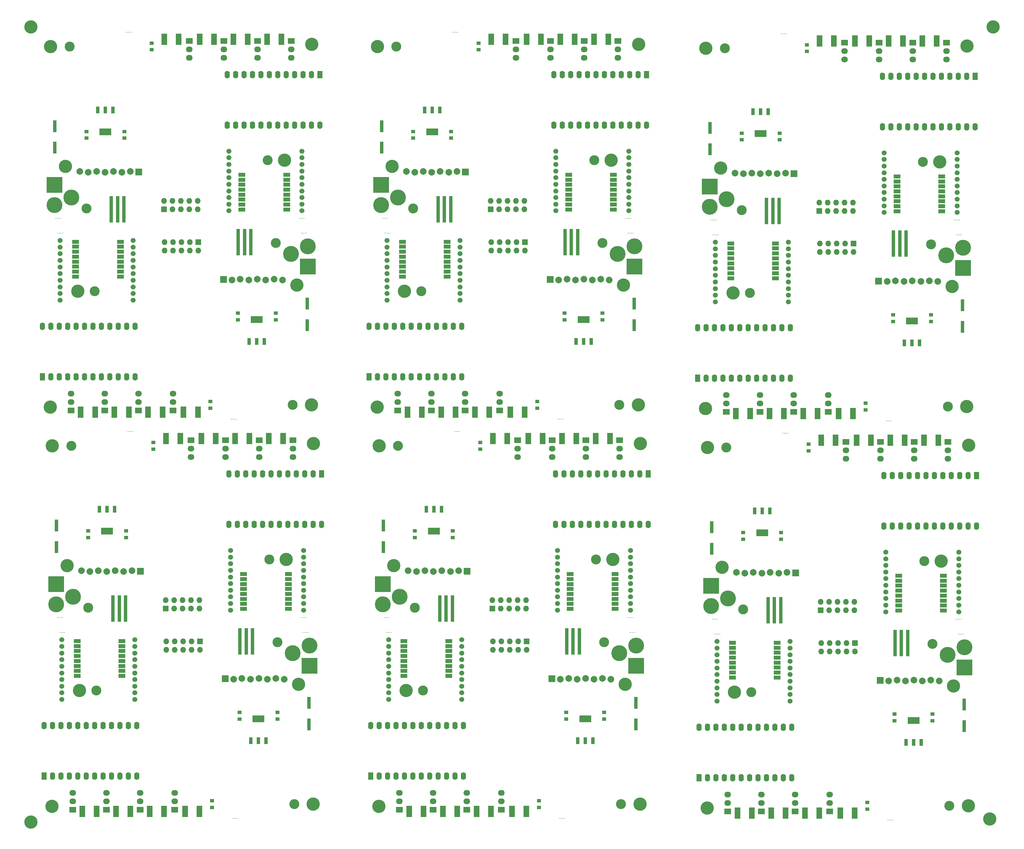
<source format=gts>
G04 #@! TF.FileFunction,Soldermask,Top*
%FSLAX46Y46*%
G04 Gerber Fmt 4.6, Leading zero omitted, Abs format (unit mm)*
G04 Created by KiCad (PCBNEW (2015-01-16 BZR 5376)-product) date 10/26/2015 1:30:35 PM*
%MOMM*%
G01*
G04 APERTURE LIST*
%ADD10C,0.100000*%
%ADD11C,4.000000*%
%ADD12C,0.300000*%
%ADD13C,3.000000*%
%ADD14R,1.250000X1.000000*%
%ADD15R,1.780000X3.500000*%
%ADD16R,2.032000X1.727200*%
%ADD17O,2.032000X1.727200*%
%ADD18R,3.657600X2.032000*%
%ADD19R,1.016000X2.032000*%
%ADD20R,1.727200X1.727200*%
%ADD21O,1.727200X1.727200*%
%ADD22R,1.100000X3.600000*%
%ADD23C,2.000000*%
%ADD24R,2.000000X2.000000*%
%ADD25R,1.574800X2.286000*%
%ADD26O,1.574800X2.286000*%
%ADD27R,1.000000X8.000000*%
%ADD28R,2.000000X1.200000*%
%ADD29C,1.500000*%
%ADD30C,4.800600*%
%ADD31R,4.800600X4.800600*%
G04 APERTURE END LIST*
D10*
D11*
X15000000Y-255000000D03*
X305000000Y-15000000D03*
X304000000Y-254000000D03*
D12*
X243177000Y-137602000D03*
X242796000Y-137602000D03*
X242415000Y-137602000D03*
X242034000Y-137602000D03*
D13*
X284325000Y-176210000D03*
X229715000Y-190815000D03*
D14*
X249400000Y-142920000D03*
X249400000Y-140920000D03*
X241145000Y-169590000D03*
X241145000Y-167590000D03*
X229715000Y-167590000D03*
X229715000Y-169590000D03*
D11*
X289405000Y-176210000D03*
X223365000Y-178115000D03*
X297660000Y-141285000D03*
X218920000Y-141920000D03*
D15*
X257539000Y-139761000D03*
X253199000Y-139761000D03*
X278367000Y-139761000D03*
X274027000Y-139761000D03*
X268207000Y-139761000D03*
X263867000Y-139761000D03*
X288527000Y-139761000D03*
X284187000Y-139761000D03*
D16*
X260703000Y-140269000D03*
D17*
X260703000Y-142809000D03*
X260703000Y-145349000D03*
D16*
X291437000Y-140269000D03*
D17*
X291437000Y-142809000D03*
X291437000Y-145349000D03*
D16*
X281277000Y-140269000D03*
D17*
X281277000Y-142809000D03*
X281277000Y-145349000D03*
D16*
X271117000Y-140269000D03*
D17*
X271117000Y-142809000D03*
X271117000Y-145349000D03*
D18*
X235430000Y-167701000D03*
D19*
X235430000Y-161097000D03*
X233144000Y-161097000D03*
X237716000Y-161097000D03*
D20*
X253083000Y-191069000D03*
D21*
X253083000Y-188529000D03*
X255623000Y-191069000D03*
X255623000Y-188529000D03*
X258163000Y-191069000D03*
X258163000Y-188529000D03*
X260703000Y-191069000D03*
X260703000Y-188529000D03*
X263243000Y-191069000D03*
X263243000Y-188529000D03*
D22*
X220190000Y-172475000D03*
X220190000Y-165975000D03*
D13*
X224635000Y-141920000D03*
D23*
X227683000Y-179639000D03*
X230223000Y-179849000D03*
X232763000Y-179639000D03*
X235323000Y-179849000D03*
X237843000Y-179639000D03*
X240423000Y-179849000D03*
X242923000Y-179639000D03*
D24*
X245473000Y-179799000D03*
D12*
X241653000Y-137602000D03*
X293850000Y-193736000D03*
X294231000Y-193736000D03*
X294612000Y-193736000D03*
X294993000Y-193736000D03*
X295374000Y-193736000D03*
X220444000Y-193736000D03*
X220825000Y-193736000D03*
X221206000Y-193736000D03*
X221587000Y-193736000D03*
X221968000Y-193736000D03*
D25*
X300073000Y-150429000D03*
D26*
X297533000Y-150429000D03*
X294993000Y-150429000D03*
X292453000Y-150429000D03*
X289913000Y-150429000D03*
X287373000Y-150429000D03*
X284833000Y-150429000D03*
X282293000Y-150429000D03*
X279753000Y-150429000D03*
X277213000Y-150429000D03*
X274673000Y-150429000D03*
X272133000Y-150429000D03*
X272133000Y-165669000D03*
X274673000Y-165669000D03*
X277213000Y-165669000D03*
X279753000Y-165669000D03*
X282293000Y-165669000D03*
X284833000Y-165669000D03*
X287373000Y-165669000D03*
X289913000Y-165669000D03*
X292453000Y-165669000D03*
X294993000Y-165669000D03*
X297533000Y-165669000D03*
X300073000Y-165669000D03*
D27*
X237208000Y-191069000D03*
X239113000Y-191069000D03*
X241018000Y-191069000D03*
D28*
X290063000Y-191139000D03*
X290063000Y-189639000D03*
X290063000Y-188139000D03*
X290063000Y-186639000D03*
X290063000Y-185139000D03*
X290063000Y-183639000D03*
X290063000Y-182139000D03*
X290063000Y-180639000D03*
X276563000Y-180639000D03*
X276563000Y-182139000D03*
X276563000Y-183639000D03*
X276563000Y-185139000D03*
X276563000Y-186639000D03*
X276563000Y-188139000D03*
X276563000Y-189639000D03*
X276563000Y-191139000D03*
D29*
X294690000Y-191520000D03*
X294690000Y-189520000D03*
X294690000Y-187520000D03*
X294690000Y-185520000D03*
X294690000Y-183520000D03*
X294690000Y-181520000D03*
X294690000Y-179520000D03*
X294690000Y-177520000D03*
X294690000Y-175520000D03*
X294690000Y-173520000D03*
X272690000Y-173520000D03*
X272690000Y-175520000D03*
X272690000Y-177520000D03*
X272690000Y-179520000D03*
X272690000Y-181520000D03*
X272690000Y-183520000D03*
X272690000Y-185520000D03*
X272690000Y-187520000D03*
X272690000Y-189520000D03*
X272690000Y-191520000D03*
D30*
X220063000Y-189799000D03*
D31*
X220063000Y-183703000D03*
D30*
X225143000Y-187513000D03*
X296437000Y-202201000D03*
D31*
X296437000Y-208297000D03*
D30*
X291357000Y-204487000D03*
D29*
X221810000Y-200480000D03*
X221810000Y-202480000D03*
X221810000Y-204480000D03*
X221810000Y-206480000D03*
X221810000Y-208480000D03*
X221810000Y-210480000D03*
X221810000Y-212480000D03*
X221810000Y-214480000D03*
X221810000Y-216480000D03*
X221810000Y-218480000D03*
X243810000Y-218480000D03*
X243810000Y-216480000D03*
X243810000Y-214480000D03*
X243810000Y-212480000D03*
X243810000Y-210480000D03*
X243810000Y-208480000D03*
X243810000Y-206480000D03*
X243810000Y-204480000D03*
X243810000Y-202480000D03*
X243810000Y-200480000D03*
D28*
X226437000Y-200861000D03*
X226437000Y-202361000D03*
X226437000Y-203861000D03*
X226437000Y-205361000D03*
X226437000Y-206861000D03*
X226437000Y-208361000D03*
X226437000Y-209861000D03*
X226437000Y-211361000D03*
X239937000Y-211361000D03*
X239937000Y-209861000D03*
X239937000Y-208361000D03*
X239937000Y-206861000D03*
X239937000Y-205361000D03*
X239937000Y-203861000D03*
X239937000Y-202361000D03*
X239937000Y-200861000D03*
D27*
X279292000Y-200931000D03*
X277387000Y-200931000D03*
X275482000Y-200931000D03*
D25*
X216427000Y-241571000D03*
D26*
X218967000Y-241571000D03*
X221507000Y-241571000D03*
X224047000Y-241571000D03*
X226587000Y-241571000D03*
X229127000Y-241571000D03*
X231667000Y-241571000D03*
X234207000Y-241571000D03*
X236747000Y-241571000D03*
X239287000Y-241571000D03*
X241827000Y-241571000D03*
X244367000Y-241571000D03*
X244367000Y-226331000D03*
X241827000Y-226331000D03*
X239287000Y-226331000D03*
X236747000Y-226331000D03*
X234207000Y-226331000D03*
X231667000Y-226331000D03*
X229127000Y-226331000D03*
X226587000Y-226331000D03*
X224047000Y-226331000D03*
X221507000Y-226331000D03*
X218967000Y-226331000D03*
X216427000Y-226331000D03*
D12*
X294532000Y-198264000D03*
X294913000Y-198264000D03*
X295294000Y-198264000D03*
X295675000Y-198264000D03*
X296056000Y-198264000D03*
X221126000Y-198264000D03*
X221507000Y-198264000D03*
X221888000Y-198264000D03*
X222269000Y-198264000D03*
X222650000Y-198264000D03*
X274847000Y-254398000D03*
D23*
X288817000Y-212361000D03*
X286277000Y-212151000D03*
X283737000Y-212361000D03*
X281177000Y-212151000D03*
X278657000Y-212361000D03*
X276077000Y-212151000D03*
X273577000Y-212361000D03*
D24*
X271027000Y-212201000D03*
D13*
X291865000Y-250080000D03*
D22*
X296310000Y-219525000D03*
X296310000Y-226025000D03*
D20*
X263417000Y-200931000D03*
D21*
X263417000Y-203471000D03*
X260877000Y-200931000D03*
X260877000Y-203471000D03*
X258337000Y-200931000D03*
X258337000Y-203471000D03*
X255797000Y-200931000D03*
X255797000Y-203471000D03*
X253257000Y-200931000D03*
X253257000Y-203471000D03*
D18*
X281070000Y-224299000D03*
D19*
X281070000Y-230903000D03*
X283356000Y-230903000D03*
X278784000Y-230903000D03*
D16*
X245383000Y-251731000D03*
D17*
X245383000Y-249191000D03*
X245383000Y-246651000D03*
D16*
X235223000Y-251731000D03*
D17*
X235223000Y-249191000D03*
X235223000Y-246651000D03*
D16*
X225063000Y-251731000D03*
D17*
X225063000Y-249191000D03*
X225063000Y-246651000D03*
D16*
X255797000Y-251731000D03*
D17*
X255797000Y-249191000D03*
X255797000Y-246651000D03*
D15*
X227973000Y-252239000D03*
X232313000Y-252239000D03*
X248293000Y-252239000D03*
X252633000Y-252239000D03*
X238133000Y-252239000D03*
X242473000Y-252239000D03*
X258961000Y-252239000D03*
X263301000Y-252239000D03*
D11*
X297580000Y-250080000D03*
X218840000Y-250715000D03*
X293135000Y-213885000D03*
X227095000Y-215790000D03*
D14*
X286785000Y-224410000D03*
X286785000Y-222410000D03*
X275355000Y-222410000D03*
X275355000Y-224410000D03*
X267100000Y-249080000D03*
X267100000Y-251080000D03*
D13*
X286785000Y-201185000D03*
X232175000Y-215790000D03*
D12*
X274466000Y-254398000D03*
X274085000Y-254398000D03*
X273704000Y-254398000D03*
X273323000Y-254398000D03*
X272823000Y-133898000D03*
X273204000Y-133898000D03*
X273585000Y-133898000D03*
X273966000Y-133898000D03*
D13*
X231675000Y-95290000D03*
X286285000Y-80685000D03*
D14*
X266600000Y-128580000D03*
X266600000Y-130580000D03*
X274855000Y-101910000D03*
X274855000Y-103910000D03*
X286285000Y-103910000D03*
X286285000Y-101910000D03*
D11*
X226595000Y-95290000D03*
X292635000Y-93385000D03*
X218340000Y-130215000D03*
X297080000Y-129580000D03*
D15*
X258461000Y-131739000D03*
X262801000Y-131739000D03*
X237633000Y-131739000D03*
X241973000Y-131739000D03*
X247793000Y-131739000D03*
X252133000Y-131739000D03*
X227473000Y-131739000D03*
X231813000Y-131739000D03*
D16*
X255297000Y-131231000D03*
D17*
X255297000Y-128691000D03*
X255297000Y-126151000D03*
D16*
X224563000Y-131231000D03*
D17*
X224563000Y-128691000D03*
X224563000Y-126151000D03*
D16*
X234723000Y-131231000D03*
D17*
X234723000Y-128691000D03*
X234723000Y-126151000D03*
D16*
X244883000Y-131231000D03*
D17*
X244883000Y-128691000D03*
X244883000Y-126151000D03*
D18*
X280570000Y-103799000D03*
D19*
X280570000Y-110403000D03*
X282856000Y-110403000D03*
X278284000Y-110403000D03*
D20*
X262917000Y-80431000D03*
D21*
X262917000Y-82971000D03*
X260377000Y-80431000D03*
X260377000Y-82971000D03*
X257837000Y-80431000D03*
X257837000Y-82971000D03*
X255297000Y-80431000D03*
X255297000Y-82971000D03*
X252757000Y-80431000D03*
X252757000Y-82971000D03*
D22*
X295810000Y-99025000D03*
X295810000Y-105525000D03*
D13*
X291365000Y-129580000D03*
D23*
X288317000Y-91861000D03*
X285777000Y-91651000D03*
X283237000Y-91861000D03*
X280677000Y-91651000D03*
X278157000Y-91861000D03*
X275577000Y-91651000D03*
X273077000Y-91861000D03*
D24*
X270527000Y-91701000D03*
D12*
X274347000Y-133898000D03*
X222150000Y-77764000D03*
X221769000Y-77764000D03*
X221388000Y-77764000D03*
X221007000Y-77764000D03*
X220626000Y-77764000D03*
X295556000Y-77764000D03*
X295175000Y-77764000D03*
X294794000Y-77764000D03*
X294413000Y-77764000D03*
X294032000Y-77764000D03*
D25*
X215927000Y-121071000D03*
D26*
X218467000Y-121071000D03*
X221007000Y-121071000D03*
X223547000Y-121071000D03*
X226087000Y-121071000D03*
X228627000Y-121071000D03*
X231167000Y-121071000D03*
X233707000Y-121071000D03*
X236247000Y-121071000D03*
X238787000Y-121071000D03*
X241327000Y-121071000D03*
X243867000Y-121071000D03*
X243867000Y-105831000D03*
X241327000Y-105831000D03*
X238787000Y-105831000D03*
X236247000Y-105831000D03*
X233707000Y-105831000D03*
X231167000Y-105831000D03*
X228627000Y-105831000D03*
X226087000Y-105831000D03*
X223547000Y-105831000D03*
X221007000Y-105831000D03*
X218467000Y-105831000D03*
X215927000Y-105831000D03*
D27*
X278792000Y-80431000D03*
X276887000Y-80431000D03*
X274982000Y-80431000D03*
D28*
X225937000Y-80361000D03*
X225937000Y-81861000D03*
X225937000Y-83361000D03*
X225937000Y-84861000D03*
X225937000Y-86361000D03*
X225937000Y-87861000D03*
X225937000Y-89361000D03*
X225937000Y-90861000D03*
X239437000Y-90861000D03*
X239437000Y-89361000D03*
X239437000Y-87861000D03*
X239437000Y-86361000D03*
X239437000Y-84861000D03*
X239437000Y-83361000D03*
X239437000Y-81861000D03*
X239437000Y-80361000D03*
D29*
X221310000Y-79980000D03*
X221310000Y-81980000D03*
X221310000Y-83980000D03*
X221310000Y-85980000D03*
X221310000Y-87980000D03*
X221310000Y-89980000D03*
X221310000Y-91980000D03*
X221310000Y-93980000D03*
X221310000Y-95980000D03*
X221310000Y-97980000D03*
X243310000Y-97980000D03*
X243310000Y-95980000D03*
X243310000Y-93980000D03*
X243310000Y-91980000D03*
X243310000Y-89980000D03*
X243310000Y-87980000D03*
X243310000Y-85980000D03*
X243310000Y-83980000D03*
X243310000Y-81980000D03*
X243310000Y-79980000D03*
D30*
X295937000Y-81701000D03*
D31*
X295937000Y-87797000D03*
D30*
X290857000Y-83987000D03*
X219563000Y-69299000D03*
D31*
X219563000Y-63203000D03*
D30*
X224643000Y-67013000D03*
D29*
X294190000Y-71020000D03*
X294190000Y-69020000D03*
X294190000Y-67020000D03*
X294190000Y-65020000D03*
X294190000Y-63020000D03*
X294190000Y-61020000D03*
X294190000Y-59020000D03*
X294190000Y-57020000D03*
X294190000Y-55020000D03*
X294190000Y-53020000D03*
X272190000Y-53020000D03*
X272190000Y-55020000D03*
X272190000Y-57020000D03*
X272190000Y-59020000D03*
X272190000Y-61020000D03*
X272190000Y-63020000D03*
X272190000Y-65020000D03*
X272190000Y-67020000D03*
X272190000Y-69020000D03*
X272190000Y-71020000D03*
D28*
X289563000Y-70639000D03*
X289563000Y-69139000D03*
X289563000Y-67639000D03*
X289563000Y-66139000D03*
X289563000Y-64639000D03*
X289563000Y-63139000D03*
X289563000Y-61639000D03*
X289563000Y-60139000D03*
X276063000Y-60139000D03*
X276063000Y-61639000D03*
X276063000Y-63139000D03*
X276063000Y-64639000D03*
X276063000Y-66139000D03*
X276063000Y-67639000D03*
X276063000Y-69139000D03*
X276063000Y-70639000D03*
D27*
X236708000Y-70569000D03*
X238613000Y-70569000D03*
X240518000Y-70569000D03*
D25*
X299573000Y-29929000D03*
D26*
X297033000Y-29929000D03*
X294493000Y-29929000D03*
X291953000Y-29929000D03*
X289413000Y-29929000D03*
X286873000Y-29929000D03*
X284333000Y-29929000D03*
X281793000Y-29929000D03*
X279253000Y-29929000D03*
X276713000Y-29929000D03*
X274173000Y-29929000D03*
X271633000Y-29929000D03*
X271633000Y-45169000D03*
X274173000Y-45169000D03*
X276713000Y-45169000D03*
X279253000Y-45169000D03*
X281793000Y-45169000D03*
X284333000Y-45169000D03*
X286873000Y-45169000D03*
X289413000Y-45169000D03*
X291953000Y-45169000D03*
X294493000Y-45169000D03*
X297033000Y-45169000D03*
X299573000Y-45169000D03*
D12*
X221468000Y-73236000D03*
X221087000Y-73236000D03*
X220706000Y-73236000D03*
X220325000Y-73236000D03*
X219944000Y-73236000D03*
X294874000Y-73236000D03*
X294493000Y-73236000D03*
X294112000Y-73236000D03*
X293731000Y-73236000D03*
X293350000Y-73236000D03*
X241153000Y-17102000D03*
D23*
X227183000Y-59139000D03*
X229723000Y-59349000D03*
X232263000Y-59139000D03*
X234823000Y-59349000D03*
X237343000Y-59139000D03*
X239923000Y-59349000D03*
X242423000Y-59139000D03*
D24*
X244973000Y-59299000D03*
D13*
X224135000Y-21420000D03*
D22*
X219690000Y-51975000D03*
X219690000Y-45475000D03*
D20*
X252583000Y-70569000D03*
D21*
X252583000Y-68029000D03*
X255123000Y-70569000D03*
X255123000Y-68029000D03*
X257663000Y-70569000D03*
X257663000Y-68029000D03*
X260203000Y-70569000D03*
X260203000Y-68029000D03*
X262743000Y-70569000D03*
X262743000Y-68029000D03*
D18*
X234930000Y-47201000D03*
D19*
X234930000Y-40597000D03*
X232644000Y-40597000D03*
X237216000Y-40597000D03*
D16*
X270617000Y-19769000D03*
D17*
X270617000Y-22309000D03*
X270617000Y-24849000D03*
D16*
X280777000Y-19769000D03*
D17*
X280777000Y-22309000D03*
X280777000Y-24849000D03*
D16*
X290937000Y-19769000D03*
D17*
X290937000Y-22309000D03*
X290937000Y-24849000D03*
D16*
X260203000Y-19769000D03*
D17*
X260203000Y-22309000D03*
X260203000Y-24849000D03*
D15*
X288027000Y-19261000D03*
X283687000Y-19261000D03*
X267707000Y-19261000D03*
X263367000Y-19261000D03*
X277867000Y-19261000D03*
X273527000Y-19261000D03*
X257039000Y-19261000D03*
X252699000Y-19261000D03*
D11*
X218420000Y-21420000D03*
X297160000Y-20785000D03*
X222865000Y-57615000D03*
X288905000Y-55710000D03*
D14*
X229215000Y-47090000D03*
X229215000Y-49090000D03*
X240645000Y-49090000D03*
X240645000Y-47090000D03*
X248900000Y-22420000D03*
X248900000Y-20420000D03*
D13*
X229215000Y-70315000D03*
X283825000Y-55710000D03*
D12*
X241534000Y-17102000D03*
X241915000Y-17102000D03*
X242296000Y-17102000D03*
X242677000Y-17102000D03*
X143677000Y-16602000D03*
X143296000Y-16602000D03*
X142915000Y-16602000D03*
X142534000Y-16602000D03*
D13*
X184825000Y-55210000D03*
X130215000Y-69815000D03*
D14*
X149900000Y-21920000D03*
X149900000Y-19920000D03*
X141645000Y-48590000D03*
X141645000Y-46590000D03*
X130215000Y-46590000D03*
X130215000Y-48590000D03*
D11*
X189905000Y-55210000D03*
X123865000Y-57115000D03*
X198160000Y-20285000D03*
X119420000Y-20920000D03*
D15*
X158039000Y-18761000D03*
X153699000Y-18761000D03*
X178867000Y-18761000D03*
X174527000Y-18761000D03*
X168707000Y-18761000D03*
X164367000Y-18761000D03*
X189027000Y-18761000D03*
X184687000Y-18761000D03*
D16*
X161203000Y-19269000D03*
D17*
X161203000Y-21809000D03*
X161203000Y-24349000D03*
D16*
X191937000Y-19269000D03*
D17*
X191937000Y-21809000D03*
X191937000Y-24349000D03*
D16*
X181777000Y-19269000D03*
D17*
X181777000Y-21809000D03*
X181777000Y-24349000D03*
D16*
X171617000Y-19269000D03*
D17*
X171617000Y-21809000D03*
X171617000Y-24349000D03*
D18*
X135930000Y-46701000D03*
D19*
X135930000Y-40097000D03*
X133644000Y-40097000D03*
X138216000Y-40097000D03*
D20*
X153583000Y-70069000D03*
D21*
X153583000Y-67529000D03*
X156123000Y-70069000D03*
X156123000Y-67529000D03*
X158663000Y-70069000D03*
X158663000Y-67529000D03*
X161203000Y-70069000D03*
X161203000Y-67529000D03*
X163743000Y-70069000D03*
X163743000Y-67529000D03*
D22*
X120690000Y-51475000D03*
X120690000Y-44975000D03*
D13*
X125135000Y-20920000D03*
D23*
X128183000Y-58639000D03*
X130723000Y-58849000D03*
X133263000Y-58639000D03*
X135823000Y-58849000D03*
X138343000Y-58639000D03*
X140923000Y-58849000D03*
X143423000Y-58639000D03*
D24*
X145973000Y-58799000D03*
D12*
X142153000Y-16602000D03*
X194350000Y-72736000D03*
X194731000Y-72736000D03*
X195112000Y-72736000D03*
X195493000Y-72736000D03*
X195874000Y-72736000D03*
X120944000Y-72736000D03*
X121325000Y-72736000D03*
X121706000Y-72736000D03*
X122087000Y-72736000D03*
X122468000Y-72736000D03*
D25*
X200573000Y-29429000D03*
D26*
X198033000Y-29429000D03*
X195493000Y-29429000D03*
X192953000Y-29429000D03*
X190413000Y-29429000D03*
X187873000Y-29429000D03*
X185333000Y-29429000D03*
X182793000Y-29429000D03*
X180253000Y-29429000D03*
X177713000Y-29429000D03*
X175173000Y-29429000D03*
X172633000Y-29429000D03*
X172633000Y-44669000D03*
X175173000Y-44669000D03*
X177713000Y-44669000D03*
X180253000Y-44669000D03*
X182793000Y-44669000D03*
X185333000Y-44669000D03*
X187873000Y-44669000D03*
X190413000Y-44669000D03*
X192953000Y-44669000D03*
X195493000Y-44669000D03*
X198033000Y-44669000D03*
X200573000Y-44669000D03*
D27*
X137708000Y-70069000D03*
X139613000Y-70069000D03*
X141518000Y-70069000D03*
D28*
X190563000Y-70139000D03*
X190563000Y-68639000D03*
X190563000Y-67139000D03*
X190563000Y-65639000D03*
X190563000Y-64139000D03*
X190563000Y-62639000D03*
X190563000Y-61139000D03*
X190563000Y-59639000D03*
X177063000Y-59639000D03*
X177063000Y-61139000D03*
X177063000Y-62639000D03*
X177063000Y-64139000D03*
X177063000Y-65639000D03*
X177063000Y-67139000D03*
X177063000Y-68639000D03*
X177063000Y-70139000D03*
D29*
X195190000Y-70520000D03*
X195190000Y-68520000D03*
X195190000Y-66520000D03*
X195190000Y-64520000D03*
X195190000Y-62520000D03*
X195190000Y-60520000D03*
X195190000Y-58520000D03*
X195190000Y-56520000D03*
X195190000Y-54520000D03*
X195190000Y-52520000D03*
X173190000Y-52520000D03*
X173190000Y-54520000D03*
X173190000Y-56520000D03*
X173190000Y-58520000D03*
X173190000Y-60520000D03*
X173190000Y-62520000D03*
X173190000Y-64520000D03*
X173190000Y-66520000D03*
X173190000Y-68520000D03*
X173190000Y-70520000D03*
D30*
X120563000Y-68799000D03*
D31*
X120563000Y-62703000D03*
D30*
X125643000Y-66513000D03*
X196937000Y-81201000D03*
D31*
X196937000Y-87297000D03*
D30*
X191857000Y-83487000D03*
D29*
X122310000Y-79480000D03*
X122310000Y-81480000D03*
X122310000Y-83480000D03*
X122310000Y-85480000D03*
X122310000Y-87480000D03*
X122310000Y-89480000D03*
X122310000Y-91480000D03*
X122310000Y-93480000D03*
X122310000Y-95480000D03*
X122310000Y-97480000D03*
X144310000Y-97480000D03*
X144310000Y-95480000D03*
X144310000Y-93480000D03*
X144310000Y-91480000D03*
X144310000Y-89480000D03*
X144310000Y-87480000D03*
X144310000Y-85480000D03*
X144310000Y-83480000D03*
X144310000Y-81480000D03*
X144310000Y-79480000D03*
D28*
X126937000Y-79861000D03*
X126937000Y-81361000D03*
X126937000Y-82861000D03*
X126937000Y-84361000D03*
X126937000Y-85861000D03*
X126937000Y-87361000D03*
X126937000Y-88861000D03*
X126937000Y-90361000D03*
X140437000Y-90361000D03*
X140437000Y-88861000D03*
X140437000Y-87361000D03*
X140437000Y-85861000D03*
X140437000Y-84361000D03*
X140437000Y-82861000D03*
X140437000Y-81361000D03*
X140437000Y-79861000D03*
D27*
X179792000Y-79931000D03*
X177887000Y-79931000D03*
X175982000Y-79931000D03*
D25*
X116927000Y-120571000D03*
D26*
X119467000Y-120571000D03*
X122007000Y-120571000D03*
X124547000Y-120571000D03*
X127087000Y-120571000D03*
X129627000Y-120571000D03*
X132167000Y-120571000D03*
X134707000Y-120571000D03*
X137247000Y-120571000D03*
X139787000Y-120571000D03*
X142327000Y-120571000D03*
X144867000Y-120571000D03*
X144867000Y-105331000D03*
X142327000Y-105331000D03*
X139787000Y-105331000D03*
X137247000Y-105331000D03*
X134707000Y-105331000D03*
X132167000Y-105331000D03*
X129627000Y-105331000D03*
X127087000Y-105331000D03*
X124547000Y-105331000D03*
X122007000Y-105331000D03*
X119467000Y-105331000D03*
X116927000Y-105331000D03*
D12*
X195032000Y-77264000D03*
X195413000Y-77264000D03*
X195794000Y-77264000D03*
X196175000Y-77264000D03*
X196556000Y-77264000D03*
X121626000Y-77264000D03*
X122007000Y-77264000D03*
X122388000Y-77264000D03*
X122769000Y-77264000D03*
X123150000Y-77264000D03*
X175347000Y-133398000D03*
D23*
X189317000Y-91361000D03*
X186777000Y-91151000D03*
X184237000Y-91361000D03*
X181677000Y-91151000D03*
X179157000Y-91361000D03*
X176577000Y-91151000D03*
X174077000Y-91361000D03*
D24*
X171527000Y-91201000D03*
D13*
X192365000Y-129080000D03*
D22*
X196810000Y-98525000D03*
X196810000Y-105025000D03*
D20*
X163917000Y-79931000D03*
D21*
X163917000Y-82471000D03*
X161377000Y-79931000D03*
X161377000Y-82471000D03*
X158837000Y-79931000D03*
X158837000Y-82471000D03*
X156297000Y-79931000D03*
X156297000Y-82471000D03*
X153757000Y-79931000D03*
X153757000Y-82471000D03*
D18*
X181570000Y-103299000D03*
D19*
X181570000Y-109903000D03*
X183856000Y-109903000D03*
X179284000Y-109903000D03*
D16*
X145883000Y-130731000D03*
D17*
X145883000Y-128191000D03*
X145883000Y-125651000D03*
D16*
X135723000Y-130731000D03*
D17*
X135723000Y-128191000D03*
X135723000Y-125651000D03*
D16*
X125563000Y-130731000D03*
D17*
X125563000Y-128191000D03*
X125563000Y-125651000D03*
D16*
X156297000Y-130731000D03*
D17*
X156297000Y-128191000D03*
X156297000Y-125651000D03*
D15*
X128473000Y-131239000D03*
X132813000Y-131239000D03*
X148793000Y-131239000D03*
X153133000Y-131239000D03*
X138633000Y-131239000D03*
X142973000Y-131239000D03*
X159461000Y-131239000D03*
X163801000Y-131239000D03*
D11*
X198080000Y-129080000D03*
X119340000Y-129715000D03*
X193635000Y-92885000D03*
X127595000Y-94790000D03*
D14*
X187285000Y-103410000D03*
X187285000Y-101410000D03*
X175855000Y-101410000D03*
X175855000Y-103410000D03*
X167600000Y-128080000D03*
X167600000Y-130080000D03*
D13*
X187285000Y-80185000D03*
X132675000Y-94790000D03*
D12*
X174966000Y-133398000D03*
X174585000Y-133398000D03*
X174204000Y-133398000D03*
X173823000Y-133398000D03*
X174323000Y-253898000D03*
X174704000Y-253898000D03*
X175085000Y-253898000D03*
X175466000Y-253898000D03*
D13*
X133175000Y-215290000D03*
X187785000Y-200685000D03*
D14*
X168100000Y-248580000D03*
X168100000Y-250580000D03*
X176355000Y-221910000D03*
X176355000Y-223910000D03*
X187785000Y-223910000D03*
X187785000Y-221910000D03*
D11*
X128095000Y-215290000D03*
X194135000Y-213385000D03*
X119840000Y-250215000D03*
X198580000Y-249580000D03*
D15*
X159961000Y-251739000D03*
X164301000Y-251739000D03*
X139133000Y-251739000D03*
X143473000Y-251739000D03*
X149293000Y-251739000D03*
X153633000Y-251739000D03*
X128973000Y-251739000D03*
X133313000Y-251739000D03*
D16*
X156797000Y-251231000D03*
D17*
X156797000Y-248691000D03*
X156797000Y-246151000D03*
D16*
X126063000Y-251231000D03*
D17*
X126063000Y-248691000D03*
X126063000Y-246151000D03*
D16*
X136223000Y-251231000D03*
D17*
X136223000Y-248691000D03*
X136223000Y-246151000D03*
D16*
X146383000Y-251231000D03*
D17*
X146383000Y-248691000D03*
X146383000Y-246151000D03*
D18*
X182070000Y-223799000D03*
D19*
X182070000Y-230403000D03*
X184356000Y-230403000D03*
X179784000Y-230403000D03*
D20*
X164417000Y-200431000D03*
D21*
X164417000Y-202971000D03*
X161877000Y-200431000D03*
X161877000Y-202971000D03*
X159337000Y-200431000D03*
X159337000Y-202971000D03*
X156797000Y-200431000D03*
X156797000Y-202971000D03*
X154257000Y-200431000D03*
X154257000Y-202971000D03*
D22*
X197310000Y-219025000D03*
X197310000Y-225525000D03*
D13*
X192865000Y-249580000D03*
D23*
X189817000Y-211861000D03*
X187277000Y-211651000D03*
X184737000Y-211861000D03*
X182177000Y-211651000D03*
X179657000Y-211861000D03*
X177077000Y-211651000D03*
X174577000Y-211861000D03*
D24*
X172027000Y-211701000D03*
D12*
X175847000Y-253898000D03*
X123650000Y-197764000D03*
X123269000Y-197764000D03*
X122888000Y-197764000D03*
X122507000Y-197764000D03*
X122126000Y-197764000D03*
X197056000Y-197764000D03*
X196675000Y-197764000D03*
X196294000Y-197764000D03*
X195913000Y-197764000D03*
X195532000Y-197764000D03*
D25*
X117427000Y-241071000D03*
D26*
X119967000Y-241071000D03*
X122507000Y-241071000D03*
X125047000Y-241071000D03*
X127587000Y-241071000D03*
X130127000Y-241071000D03*
X132667000Y-241071000D03*
X135207000Y-241071000D03*
X137747000Y-241071000D03*
X140287000Y-241071000D03*
X142827000Y-241071000D03*
X145367000Y-241071000D03*
X145367000Y-225831000D03*
X142827000Y-225831000D03*
X140287000Y-225831000D03*
X137747000Y-225831000D03*
X135207000Y-225831000D03*
X132667000Y-225831000D03*
X130127000Y-225831000D03*
X127587000Y-225831000D03*
X125047000Y-225831000D03*
X122507000Y-225831000D03*
X119967000Y-225831000D03*
X117427000Y-225831000D03*
D27*
X180292000Y-200431000D03*
X178387000Y-200431000D03*
X176482000Y-200431000D03*
D28*
X127437000Y-200361000D03*
X127437000Y-201861000D03*
X127437000Y-203361000D03*
X127437000Y-204861000D03*
X127437000Y-206361000D03*
X127437000Y-207861000D03*
X127437000Y-209361000D03*
X127437000Y-210861000D03*
X140937000Y-210861000D03*
X140937000Y-209361000D03*
X140937000Y-207861000D03*
X140937000Y-206361000D03*
X140937000Y-204861000D03*
X140937000Y-203361000D03*
X140937000Y-201861000D03*
X140937000Y-200361000D03*
D29*
X122810000Y-199980000D03*
X122810000Y-201980000D03*
X122810000Y-203980000D03*
X122810000Y-205980000D03*
X122810000Y-207980000D03*
X122810000Y-209980000D03*
X122810000Y-211980000D03*
X122810000Y-213980000D03*
X122810000Y-215980000D03*
X122810000Y-217980000D03*
X144810000Y-217980000D03*
X144810000Y-215980000D03*
X144810000Y-213980000D03*
X144810000Y-211980000D03*
X144810000Y-209980000D03*
X144810000Y-207980000D03*
X144810000Y-205980000D03*
X144810000Y-203980000D03*
X144810000Y-201980000D03*
X144810000Y-199980000D03*
D30*
X197437000Y-201701000D03*
D31*
X197437000Y-207797000D03*
D30*
X192357000Y-203987000D03*
X121063000Y-189299000D03*
D31*
X121063000Y-183203000D03*
D30*
X126143000Y-187013000D03*
D29*
X195690000Y-191020000D03*
X195690000Y-189020000D03*
X195690000Y-187020000D03*
X195690000Y-185020000D03*
X195690000Y-183020000D03*
X195690000Y-181020000D03*
X195690000Y-179020000D03*
X195690000Y-177020000D03*
X195690000Y-175020000D03*
X195690000Y-173020000D03*
X173690000Y-173020000D03*
X173690000Y-175020000D03*
X173690000Y-177020000D03*
X173690000Y-179020000D03*
X173690000Y-181020000D03*
X173690000Y-183020000D03*
X173690000Y-185020000D03*
X173690000Y-187020000D03*
X173690000Y-189020000D03*
X173690000Y-191020000D03*
D28*
X191063000Y-190639000D03*
X191063000Y-189139000D03*
X191063000Y-187639000D03*
X191063000Y-186139000D03*
X191063000Y-184639000D03*
X191063000Y-183139000D03*
X191063000Y-181639000D03*
X191063000Y-180139000D03*
X177563000Y-180139000D03*
X177563000Y-181639000D03*
X177563000Y-183139000D03*
X177563000Y-184639000D03*
X177563000Y-186139000D03*
X177563000Y-187639000D03*
X177563000Y-189139000D03*
X177563000Y-190639000D03*
D27*
X138208000Y-190569000D03*
X140113000Y-190569000D03*
X142018000Y-190569000D03*
D25*
X201073000Y-149929000D03*
D26*
X198533000Y-149929000D03*
X195993000Y-149929000D03*
X193453000Y-149929000D03*
X190913000Y-149929000D03*
X188373000Y-149929000D03*
X185833000Y-149929000D03*
X183293000Y-149929000D03*
X180753000Y-149929000D03*
X178213000Y-149929000D03*
X175673000Y-149929000D03*
X173133000Y-149929000D03*
X173133000Y-165169000D03*
X175673000Y-165169000D03*
X178213000Y-165169000D03*
X180753000Y-165169000D03*
X183293000Y-165169000D03*
X185833000Y-165169000D03*
X188373000Y-165169000D03*
X190913000Y-165169000D03*
X193453000Y-165169000D03*
X195993000Y-165169000D03*
X198533000Y-165169000D03*
X201073000Y-165169000D03*
D12*
X122968000Y-193236000D03*
X122587000Y-193236000D03*
X122206000Y-193236000D03*
X121825000Y-193236000D03*
X121444000Y-193236000D03*
X196374000Y-193236000D03*
X195993000Y-193236000D03*
X195612000Y-193236000D03*
X195231000Y-193236000D03*
X194850000Y-193236000D03*
X142653000Y-137102000D03*
D23*
X128683000Y-179139000D03*
X131223000Y-179349000D03*
X133763000Y-179139000D03*
X136323000Y-179349000D03*
X138843000Y-179139000D03*
X141423000Y-179349000D03*
X143923000Y-179139000D03*
D24*
X146473000Y-179299000D03*
D13*
X125635000Y-141420000D03*
D22*
X121190000Y-171975000D03*
X121190000Y-165475000D03*
D20*
X154083000Y-190569000D03*
D21*
X154083000Y-188029000D03*
X156623000Y-190569000D03*
X156623000Y-188029000D03*
X159163000Y-190569000D03*
X159163000Y-188029000D03*
X161703000Y-190569000D03*
X161703000Y-188029000D03*
X164243000Y-190569000D03*
X164243000Y-188029000D03*
D18*
X136430000Y-167201000D03*
D19*
X136430000Y-160597000D03*
X134144000Y-160597000D03*
X138716000Y-160597000D03*
D16*
X172117000Y-139769000D03*
D17*
X172117000Y-142309000D03*
X172117000Y-144849000D03*
D16*
X182277000Y-139769000D03*
D17*
X182277000Y-142309000D03*
X182277000Y-144849000D03*
D16*
X192437000Y-139769000D03*
D17*
X192437000Y-142309000D03*
X192437000Y-144849000D03*
D16*
X161703000Y-139769000D03*
D17*
X161703000Y-142309000D03*
X161703000Y-144849000D03*
D15*
X189527000Y-139261000D03*
X185187000Y-139261000D03*
X169207000Y-139261000D03*
X164867000Y-139261000D03*
X179367000Y-139261000D03*
X175027000Y-139261000D03*
X158539000Y-139261000D03*
X154199000Y-139261000D03*
D11*
X119920000Y-141420000D03*
X198660000Y-140785000D03*
X124365000Y-177615000D03*
X190405000Y-175710000D03*
D14*
X130715000Y-167090000D03*
X130715000Y-169090000D03*
X142145000Y-169090000D03*
X142145000Y-167090000D03*
X150400000Y-142420000D03*
X150400000Y-140420000D03*
D13*
X130715000Y-190315000D03*
X185325000Y-175710000D03*
D12*
X143034000Y-137102000D03*
X143415000Y-137102000D03*
X143796000Y-137102000D03*
X144177000Y-137102000D03*
X45677000Y-137102000D03*
X45296000Y-137102000D03*
X44915000Y-137102000D03*
X44534000Y-137102000D03*
D13*
X86825000Y-175710000D03*
X32215000Y-190315000D03*
D14*
X51900000Y-142420000D03*
X51900000Y-140420000D03*
X43645000Y-169090000D03*
X43645000Y-167090000D03*
X32215000Y-167090000D03*
X32215000Y-169090000D03*
D11*
X91905000Y-175710000D03*
X25865000Y-177615000D03*
X100160000Y-140785000D03*
X21420000Y-141420000D03*
D15*
X60039000Y-139261000D03*
X55699000Y-139261000D03*
X80867000Y-139261000D03*
X76527000Y-139261000D03*
X70707000Y-139261000D03*
X66367000Y-139261000D03*
X91027000Y-139261000D03*
X86687000Y-139261000D03*
D16*
X63203000Y-139769000D03*
D17*
X63203000Y-142309000D03*
X63203000Y-144849000D03*
D16*
X93937000Y-139769000D03*
D17*
X93937000Y-142309000D03*
X93937000Y-144849000D03*
D16*
X83777000Y-139769000D03*
D17*
X83777000Y-142309000D03*
X83777000Y-144849000D03*
D16*
X73617000Y-139769000D03*
D17*
X73617000Y-142309000D03*
X73617000Y-144849000D03*
D18*
X37930000Y-167201000D03*
D19*
X37930000Y-160597000D03*
X35644000Y-160597000D03*
X40216000Y-160597000D03*
D20*
X55583000Y-190569000D03*
D21*
X55583000Y-188029000D03*
X58123000Y-190569000D03*
X58123000Y-188029000D03*
X60663000Y-190569000D03*
X60663000Y-188029000D03*
X63203000Y-190569000D03*
X63203000Y-188029000D03*
X65743000Y-190569000D03*
X65743000Y-188029000D03*
D22*
X22690000Y-171975000D03*
X22690000Y-165475000D03*
D13*
X27135000Y-141420000D03*
D23*
X30183000Y-179139000D03*
X32723000Y-179349000D03*
X35263000Y-179139000D03*
X37823000Y-179349000D03*
X40343000Y-179139000D03*
X42923000Y-179349000D03*
X45423000Y-179139000D03*
D24*
X47973000Y-179299000D03*
D12*
X44153000Y-137102000D03*
X96350000Y-193236000D03*
X96731000Y-193236000D03*
X97112000Y-193236000D03*
X97493000Y-193236000D03*
X97874000Y-193236000D03*
X22944000Y-193236000D03*
X23325000Y-193236000D03*
X23706000Y-193236000D03*
X24087000Y-193236000D03*
X24468000Y-193236000D03*
D25*
X102573000Y-149929000D03*
D26*
X100033000Y-149929000D03*
X97493000Y-149929000D03*
X94953000Y-149929000D03*
X92413000Y-149929000D03*
X89873000Y-149929000D03*
X87333000Y-149929000D03*
X84793000Y-149929000D03*
X82253000Y-149929000D03*
X79713000Y-149929000D03*
X77173000Y-149929000D03*
X74633000Y-149929000D03*
X74633000Y-165169000D03*
X77173000Y-165169000D03*
X79713000Y-165169000D03*
X82253000Y-165169000D03*
X84793000Y-165169000D03*
X87333000Y-165169000D03*
X89873000Y-165169000D03*
X92413000Y-165169000D03*
X94953000Y-165169000D03*
X97493000Y-165169000D03*
X100033000Y-165169000D03*
X102573000Y-165169000D03*
D27*
X39708000Y-190569000D03*
X41613000Y-190569000D03*
X43518000Y-190569000D03*
D28*
X92563000Y-190639000D03*
X92563000Y-189139000D03*
X92563000Y-187639000D03*
X92563000Y-186139000D03*
X92563000Y-184639000D03*
X92563000Y-183139000D03*
X92563000Y-181639000D03*
X92563000Y-180139000D03*
X79063000Y-180139000D03*
X79063000Y-181639000D03*
X79063000Y-183139000D03*
X79063000Y-184639000D03*
X79063000Y-186139000D03*
X79063000Y-187639000D03*
X79063000Y-189139000D03*
X79063000Y-190639000D03*
D29*
X97190000Y-191020000D03*
X97190000Y-189020000D03*
X97190000Y-187020000D03*
X97190000Y-185020000D03*
X97190000Y-183020000D03*
X97190000Y-181020000D03*
X97190000Y-179020000D03*
X97190000Y-177020000D03*
X97190000Y-175020000D03*
X97190000Y-173020000D03*
X75190000Y-173020000D03*
X75190000Y-175020000D03*
X75190000Y-177020000D03*
X75190000Y-179020000D03*
X75190000Y-181020000D03*
X75190000Y-183020000D03*
X75190000Y-185020000D03*
X75190000Y-187020000D03*
X75190000Y-189020000D03*
X75190000Y-191020000D03*
D30*
X22563000Y-189299000D03*
D31*
X22563000Y-183203000D03*
D30*
X27643000Y-187013000D03*
X98937000Y-201701000D03*
D31*
X98937000Y-207797000D03*
D30*
X93857000Y-203987000D03*
D29*
X24310000Y-199980000D03*
X24310000Y-201980000D03*
X24310000Y-203980000D03*
X24310000Y-205980000D03*
X24310000Y-207980000D03*
X24310000Y-209980000D03*
X24310000Y-211980000D03*
X24310000Y-213980000D03*
X24310000Y-215980000D03*
X24310000Y-217980000D03*
X46310000Y-217980000D03*
X46310000Y-215980000D03*
X46310000Y-213980000D03*
X46310000Y-211980000D03*
X46310000Y-209980000D03*
X46310000Y-207980000D03*
X46310000Y-205980000D03*
X46310000Y-203980000D03*
X46310000Y-201980000D03*
X46310000Y-199980000D03*
D28*
X28937000Y-200361000D03*
X28937000Y-201861000D03*
X28937000Y-203361000D03*
X28937000Y-204861000D03*
X28937000Y-206361000D03*
X28937000Y-207861000D03*
X28937000Y-209361000D03*
X28937000Y-210861000D03*
X42437000Y-210861000D03*
X42437000Y-209361000D03*
X42437000Y-207861000D03*
X42437000Y-206361000D03*
X42437000Y-204861000D03*
X42437000Y-203361000D03*
X42437000Y-201861000D03*
X42437000Y-200361000D03*
D27*
X81792000Y-200431000D03*
X79887000Y-200431000D03*
X77982000Y-200431000D03*
D25*
X18927000Y-241071000D03*
D26*
X21467000Y-241071000D03*
X24007000Y-241071000D03*
X26547000Y-241071000D03*
X29087000Y-241071000D03*
X31627000Y-241071000D03*
X34167000Y-241071000D03*
X36707000Y-241071000D03*
X39247000Y-241071000D03*
X41787000Y-241071000D03*
X44327000Y-241071000D03*
X46867000Y-241071000D03*
X46867000Y-225831000D03*
X44327000Y-225831000D03*
X41787000Y-225831000D03*
X39247000Y-225831000D03*
X36707000Y-225831000D03*
X34167000Y-225831000D03*
X31627000Y-225831000D03*
X29087000Y-225831000D03*
X26547000Y-225831000D03*
X24007000Y-225831000D03*
X21467000Y-225831000D03*
X18927000Y-225831000D03*
D12*
X97032000Y-197764000D03*
X97413000Y-197764000D03*
X97794000Y-197764000D03*
X98175000Y-197764000D03*
X98556000Y-197764000D03*
X23626000Y-197764000D03*
X24007000Y-197764000D03*
X24388000Y-197764000D03*
X24769000Y-197764000D03*
X25150000Y-197764000D03*
X77347000Y-253898000D03*
D23*
X91317000Y-211861000D03*
X88777000Y-211651000D03*
X86237000Y-211861000D03*
X83677000Y-211651000D03*
X81157000Y-211861000D03*
X78577000Y-211651000D03*
X76077000Y-211861000D03*
D24*
X73527000Y-211701000D03*
D13*
X94365000Y-249580000D03*
D22*
X98810000Y-219025000D03*
X98810000Y-225525000D03*
D20*
X65917000Y-200431000D03*
D21*
X65917000Y-202971000D03*
X63377000Y-200431000D03*
X63377000Y-202971000D03*
X60837000Y-200431000D03*
X60837000Y-202971000D03*
X58297000Y-200431000D03*
X58297000Y-202971000D03*
X55757000Y-200431000D03*
X55757000Y-202971000D03*
D18*
X83570000Y-223799000D03*
D19*
X83570000Y-230403000D03*
X85856000Y-230403000D03*
X81284000Y-230403000D03*
D16*
X47883000Y-251231000D03*
D17*
X47883000Y-248691000D03*
X47883000Y-246151000D03*
D16*
X37723000Y-251231000D03*
D17*
X37723000Y-248691000D03*
X37723000Y-246151000D03*
D16*
X27563000Y-251231000D03*
D17*
X27563000Y-248691000D03*
X27563000Y-246151000D03*
D16*
X58297000Y-251231000D03*
D17*
X58297000Y-248691000D03*
X58297000Y-246151000D03*
D15*
X30473000Y-251739000D03*
X34813000Y-251739000D03*
X50793000Y-251739000D03*
X55133000Y-251739000D03*
X40633000Y-251739000D03*
X44973000Y-251739000D03*
X61461000Y-251739000D03*
X65801000Y-251739000D03*
D11*
X100080000Y-249580000D03*
X21340000Y-250215000D03*
X95635000Y-213385000D03*
X29595000Y-215290000D03*
D14*
X89285000Y-223910000D03*
X89285000Y-221910000D03*
X77855000Y-221910000D03*
X77855000Y-223910000D03*
X69600000Y-248580000D03*
X69600000Y-250580000D03*
D13*
X89285000Y-200685000D03*
X34675000Y-215290000D03*
D12*
X76966000Y-253898000D03*
X76585000Y-253898000D03*
X76204000Y-253898000D03*
X75823000Y-253898000D03*
X75323000Y-133398000D03*
X75704000Y-133398000D03*
X76085000Y-133398000D03*
X76466000Y-133398000D03*
D13*
X34175000Y-94790000D03*
X88785000Y-80185000D03*
D14*
X69100000Y-128080000D03*
X69100000Y-130080000D03*
X77355000Y-101410000D03*
X77355000Y-103410000D03*
X88785000Y-103410000D03*
X88785000Y-101410000D03*
D11*
X29095000Y-94790000D03*
X95135000Y-92885000D03*
X20840000Y-129715000D03*
X99580000Y-129080000D03*
D15*
X60961000Y-131239000D03*
X65301000Y-131239000D03*
X40133000Y-131239000D03*
X44473000Y-131239000D03*
X50293000Y-131239000D03*
X54633000Y-131239000D03*
X29973000Y-131239000D03*
X34313000Y-131239000D03*
D16*
X57797000Y-130731000D03*
D17*
X57797000Y-128191000D03*
X57797000Y-125651000D03*
D16*
X27063000Y-130731000D03*
D17*
X27063000Y-128191000D03*
X27063000Y-125651000D03*
D16*
X37223000Y-130731000D03*
D17*
X37223000Y-128191000D03*
X37223000Y-125651000D03*
D16*
X47383000Y-130731000D03*
D17*
X47383000Y-128191000D03*
X47383000Y-125651000D03*
D18*
X83070000Y-103299000D03*
D19*
X83070000Y-109903000D03*
X85356000Y-109903000D03*
X80784000Y-109903000D03*
D20*
X65417000Y-79931000D03*
D21*
X65417000Y-82471000D03*
X62877000Y-79931000D03*
X62877000Y-82471000D03*
X60337000Y-79931000D03*
X60337000Y-82471000D03*
X57797000Y-79931000D03*
X57797000Y-82471000D03*
X55257000Y-79931000D03*
X55257000Y-82471000D03*
D22*
X98310000Y-98525000D03*
X98310000Y-105025000D03*
D13*
X93865000Y-129080000D03*
D23*
X90817000Y-91361000D03*
X88277000Y-91151000D03*
X85737000Y-91361000D03*
X83177000Y-91151000D03*
X80657000Y-91361000D03*
X78077000Y-91151000D03*
X75577000Y-91361000D03*
D24*
X73027000Y-91201000D03*
D12*
X76847000Y-133398000D03*
X24650000Y-77264000D03*
X24269000Y-77264000D03*
X23888000Y-77264000D03*
X23507000Y-77264000D03*
X23126000Y-77264000D03*
X98056000Y-77264000D03*
X97675000Y-77264000D03*
X97294000Y-77264000D03*
X96913000Y-77264000D03*
X96532000Y-77264000D03*
D25*
X18427000Y-120571000D03*
D26*
X20967000Y-120571000D03*
X23507000Y-120571000D03*
X26047000Y-120571000D03*
X28587000Y-120571000D03*
X31127000Y-120571000D03*
X33667000Y-120571000D03*
X36207000Y-120571000D03*
X38747000Y-120571000D03*
X41287000Y-120571000D03*
X43827000Y-120571000D03*
X46367000Y-120571000D03*
X46367000Y-105331000D03*
X43827000Y-105331000D03*
X41287000Y-105331000D03*
X38747000Y-105331000D03*
X36207000Y-105331000D03*
X33667000Y-105331000D03*
X31127000Y-105331000D03*
X28587000Y-105331000D03*
X26047000Y-105331000D03*
X23507000Y-105331000D03*
X20967000Y-105331000D03*
X18427000Y-105331000D03*
D27*
X81292000Y-79931000D03*
X79387000Y-79931000D03*
X77482000Y-79931000D03*
D28*
X28437000Y-79861000D03*
X28437000Y-81361000D03*
X28437000Y-82861000D03*
X28437000Y-84361000D03*
X28437000Y-85861000D03*
X28437000Y-87361000D03*
X28437000Y-88861000D03*
X28437000Y-90361000D03*
X41937000Y-90361000D03*
X41937000Y-88861000D03*
X41937000Y-87361000D03*
X41937000Y-85861000D03*
X41937000Y-84361000D03*
X41937000Y-82861000D03*
X41937000Y-81361000D03*
X41937000Y-79861000D03*
D29*
X23810000Y-79480000D03*
X23810000Y-81480000D03*
X23810000Y-83480000D03*
X23810000Y-85480000D03*
X23810000Y-87480000D03*
X23810000Y-89480000D03*
X23810000Y-91480000D03*
X23810000Y-93480000D03*
X23810000Y-95480000D03*
X23810000Y-97480000D03*
X45810000Y-97480000D03*
X45810000Y-95480000D03*
X45810000Y-93480000D03*
X45810000Y-91480000D03*
X45810000Y-89480000D03*
X45810000Y-87480000D03*
X45810000Y-85480000D03*
X45810000Y-83480000D03*
X45810000Y-81480000D03*
X45810000Y-79480000D03*
D30*
X98437000Y-81201000D03*
D31*
X98437000Y-87297000D03*
D30*
X93357000Y-83487000D03*
X22063000Y-68799000D03*
D31*
X22063000Y-62703000D03*
D30*
X27143000Y-66513000D03*
D29*
X96690000Y-70520000D03*
X96690000Y-68520000D03*
X96690000Y-66520000D03*
X96690000Y-64520000D03*
X96690000Y-62520000D03*
X96690000Y-60520000D03*
X96690000Y-58520000D03*
X96690000Y-56520000D03*
X96690000Y-54520000D03*
X96690000Y-52520000D03*
X74690000Y-52520000D03*
X74690000Y-54520000D03*
X74690000Y-56520000D03*
X74690000Y-58520000D03*
X74690000Y-60520000D03*
X74690000Y-62520000D03*
X74690000Y-64520000D03*
X74690000Y-66520000D03*
X74690000Y-68520000D03*
X74690000Y-70520000D03*
D28*
X92063000Y-70139000D03*
X92063000Y-68639000D03*
X92063000Y-67139000D03*
X92063000Y-65639000D03*
X92063000Y-64139000D03*
X92063000Y-62639000D03*
X92063000Y-61139000D03*
X92063000Y-59639000D03*
X78563000Y-59639000D03*
X78563000Y-61139000D03*
X78563000Y-62639000D03*
X78563000Y-64139000D03*
X78563000Y-65639000D03*
X78563000Y-67139000D03*
X78563000Y-68639000D03*
X78563000Y-70139000D03*
D27*
X39208000Y-70069000D03*
X41113000Y-70069000D03*
X43018000Y-70069000D03*
D11*
X15000000Y-15000000D03*
D25*
X102073000Y-29429000D03*
D26*
X99533000Y-29429000D03*
X96993000Y-29429000D03*
X94453000Y-29429000D03*
X91913000Y-29429000D03*
X89373000Y-29429000D03*
X86833000Y-29429000D03*
X84293000Y-29429000D03*
X81753000Y-29429000D03*
X79213000Y-29429000D03*
X76673000Y-29429000D03*
X74133000Y-29429000D03*
X74133000Y-44669000D03*
X76673000Y-44669000D03*
X79213000Y-44669000D03*
X81753000Y-44669000D03*
X84293000Y-44669000D03*
X86833000Y-44669000D03*
X89373000Y-44669000D03*
X91913000Y-44669000D03*
X94453000Y-44669000D03*
X96993000Y-44669000D03*
X99533000Y-44669000D03*
X102073000Y-44669000D03*
D12*
X23968000Y-72736000D03*
X23587000Y-72736000D03*
X23206000Y-72736000D03*
X22825000Y-72736000D03*
X22444000Y-72736000D03*
X97374000Y-72736000D03*
X96993000Y-72736000D03*
X96612000Y-72736000D03*
X96231000Y-72736000D03*
X95850000Y-72736000D03*
X43653000Y-16602000D03*
D23*
X29683000Y-58639000D03*
X32223000Y-58849000D03*
X34763000Y-58639000D03*
X37323000Y-58849000D03*
X39843000Y-58639000D03*
X42423000Y-58849000D03*
X44923000Y-58639000D03*
D24*
X47473000Y-58799000D03*
D13*
X26635000Y-20920000D03*
D22*
X22190000Y-51475000D03*
X22190000Y-44975000D03*
D20*
X55083000Y-70069000D03*
D21*
X55083000Y-67529000D03*
X57623000Y-70069000D03*
X57623000Y-67529000D03*
X60163000Y-70069000D03*
X60163000Y-67529000D03*
X62703000Y-70069000D03*
X62703000Y-67529000D03*
X65243000Y-70069000D03*
X65243000Y-67529000D03*
D18*
X37430000Y-46701000D03*
D19*
X37430000Y-40097000D03*
X35144000Y-40097000D03*
X39716000Y-40097000D03*
D16*
X73117000Y-19269000D03*
D17*
X73117000Y-21809000D03*
X73117000Y-24349000D03*
D16*
X83277000Y-19269000D03*
D17*
X83277000Y-21809000D03*
X83277000Y-24349000D03*
D16*
X93437000Y-19269000D03*
D17*
X93437000Y-21809000D03*
X93437000Y-24349000D03*
D16*
X62703000Y-19269000D03*
D17*
X62703000Y-21809000D03*
X62703000Y-24349000D03*
D15*
X90527000Y-18761000D03*
X86187000Y-18761000D03*
X70207000Y-18761000D03*
X65867000Y-18761000D03*
X80367000Y-18761000D03*
X76027000Y-18761000D03*
X59539000Y-18761000D03*
X55199000Y-18761000D03*
D11*
X20920000Y-20920000D03*
X99660000Y-20285000D03*
X25365000Y-57115000D03*
X91405000Y-55210000D03*
D14*
X31715000Y-46590000D03*
X31715000Y-48590000D03*
X43145000Y-48590000D03*
X43145000Y-46590000D03*
X51400000Y-21920000D03*
X51400000Y-19920000D03*
D13*
X31715000Y-69815000D03*
X86325000Y-55210000D03*
D12*
X44034000Y-16602000D03*
X44415000Y-16602000D03*
X44796000Y-16602000D03*
X45177000Y-16602000D03*
M02*

</source>
